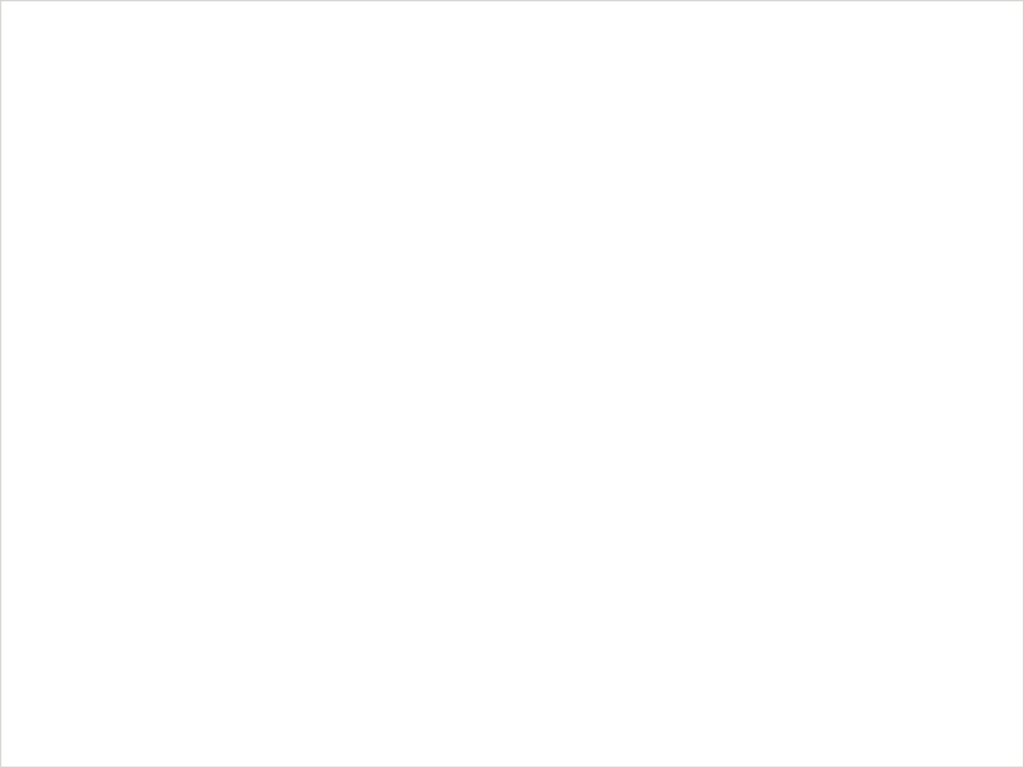
<source format=kicad_pcb>
(kicad_pcb
	(version 20241229)
	(generator "pcbnew")
	(generator_version "9.0")
	(general
		(thickness 1.6)
		(legacy_teardrops no)
	)
	(paper "A4")
	(title_block
		(title "Test design all features")
		(date "2025-12-20")
		(rev "1")
		(comment 1 "1234-12345")
		(comment 2 "1234-12345")
	)
	(layers
		(0 "F.Cu" signal)
		(2 "B.Cu" signal)
		(13 "F.Paste" user)
		(15 "B.Paste" user)
		(5 "F.SilkS" user "F.Silkscreen")
		(7 "B.SilkS" user "B.Silkscreen")
		(1 "F.Mask" user)
		(3 "B.Mask" user)
		(17 "Dwgs.User" user "User.Drawings")
		(19 "Cmts.User" user "User.Comments")
		(25 "Edge.Cuts" user)
		(27 "Margin" user)
		(31 "F.CrtYd" user "F.Courtyard")
		(29 "B.CrtYd" user "B.Courtyard")
		(35 "F.Fab" user)
		(33 "B.Fab" user)
	)
	(setup
		(stackup
			(layer "F.SilkS"
				(type "Top Silk Screen")
				(color "White")
				(material "Liquid Photo")
			)
			(layer "F.Paste"
				(type "Top Solder Paste")
			)
			(layer "F.Mask"
				(type "Top Solder Mask")
				(color "Green")
				(thickness 0.01)
				(material "Liquid Ink")
				(epsilon_r 3.3)
				(loss_tangent 0)
			)
			(layer "F.Cu"
				(type "copper")
				(thickness 0.035)
			)
			(layer "dielectric 1"
				(type "core")
				(thickness 1.51)
				(material "FR4")
				(epsilon_r 4.5)
				(loss_tangent 0.02)
			)
			(layer "B.Cu"
				(type "copper")
				(thickness 0.035)
			)
			(layer "B.Mask"
				(type "Bottom Solder Mask")
				(color "Green")
				(thickness 0.01)
				(material "Liquid Ink")
				(epsilon_r 3.3)
				(loss_tangent 0)
			)
			(layer "B.Paste"
				(type "Bottom Solder Paste")
			)
			(layer "B.SilkS"
				(type "Bottom Silk Screen")
				(color "White")
				(material "Liquid Photo")
			)
			(copper_finish "HAL lead-free")
			(dielectric_constraints no)
		)
		(pad_to_mask_clearance 0)
		(allow_soldermask_bridges_in_footprints no)
		(tenting front back)
		(pcbplotparams
			(layerselection 0x00000000_00000000_55555555_5755f5ff)
			(plot_on_all_layers_selection 0x00000000_00000000_00000000_00000000)
			(disableapertmacros no)
			(usegerberextensions no)
			(usegerberattributes yes)
			(usegerberadvancedattributes yes)
			(creategerberjobfile yes)
			(dashed_line_dash_ratio 12.000000)
			(dashed_line_gap_ratio 3.000000)
			(svgprecision 6)
			(plotframeref no)
			(mode 1)
			(useauxorigin no)
			(hpglpennumber 1)
			(hpglpenspeed 20)
			(hpglpendiameter 15.000000)
			(pdf_front_fp_property_popups yes)
			(pdf_back_fp_property_popups yes)
			(pdf_metadata yes)
			(pdf_single_document no)
			(dxfpolygonmode yes)
			(dxfimperialunits yes)
			(dxfusepcbnewfont yes)
			(psnegative no)
			(psa4output no)
			(plot_black_and_white yes)
			(sketchpadsonfab no)
			(plotpadnumbers no)
			(hidednponfab no)
			(sketchdnponfab yes)
			(crossoutdnponfab yes)
			(subtractmaskfromsilk no)
			(outputformat 1)
			(mirror no)
			(drillshape 1)
			(scaleselection 1)
			(outputdirectory "")
		)
	)
	(net 0 "")
	(gr_rect
		(start 110 70)
		(end 190 130)
		(stroke
			(width 0.1)
			(type default)
		)
		(fill no)
		(layer "Edge.Cuts")
		(uuid "378d4ccf-c3c3-4b12-b957-5ae87f43d732")
	)
	(embedded_fonts no)
	(embedded_files
		(file
			(name "lilytronics_page_layout_pcb.kicad_wks")
			(type worksheet)
			(data |KLUv/WCmC0UWAKYeYCDwWDfQMcnOQmlDrICnC4xApS08iSIr5z6kdorDMhwtKlcAUgBXAA/6FYn/
				4mYk/sdTr2y21XM/keY7HhpoX5I/z6kmtzU00KvZU3X8k38BAAgIRqT3UV6cpbEqxzXhyOIr/nfd
				usfAdTc25WQr1vF6qQAICMaQScP5wBoqBP7WQUZ16o8kEJ3cmAI1KUtsMzebKRsrAN6KnWY6eRRH
				f/JL11Zb/Cf/zVOJ0cmSQroWeXxEnS5o6+T/fOSXY/26vSL4oeS/34/Wg17p2mIXfTbXzDKPrdfd
				Vo/1GPTQ6+6JhfYawWrF+6iwhgmxY2vWk2OOk90XiReJTBgZIqKQeJCHg+ONW3mQy+OiImTbu384
				1jQtVS2btnHcGO38v8aUzTSjN7s3Q90BgSGTTB6WR8arNNaVvEK3OSfGcTbbuygaGg9jsTym7Gxw
				WA1oxaMoKLJl8+SaH3SQeLcpp4fVwSEUGWeyue76RkSyvGBQNq3ppWmHQzeO/j/0mhtj9ALhAoCc
				oMFYppyRoSApSDKMAcBExMSqA8iITphTKx95BVksE5w5OY4nC32sAowgAGC9kgMDsJfkaCtFcw0f
				C3i3lHhkAMLygMMmCzJJHZGGiBQ7/FGIiTHLsZ9P36KMEkHoFZmhSGAwnWR4L79LH0asOUEii240
				2jM40wfmoUzA0gI4tOcih6y5lG7cyAcAODcTDhk5NuefkXDeq20DxJqZBK2LeCGgROPyLoDMzCTw
				63yfRwT3yilZwnXvAZk7Hy4RWIZiNvxreExSfQd0CupVoxhs2ws/CnmkQqcNhUNJkd7TnaIU0SkM
				Xl5GgnYJdIF7atm7MzjLwdFPzRmslcM07sb/fD/GC8uhJcQREKAZpvQ2OOAyEOUQGITH0kEsHGQU
				xJ1IYGzpTXLL5vKaEUTM58a8nlqtWp5OzKV/MF7iPnLWA2oMRBU=|
			)
			(checksum "2798151C2286A2E2C074947F2B0CEEAC")
		)
	)
)

</source>
